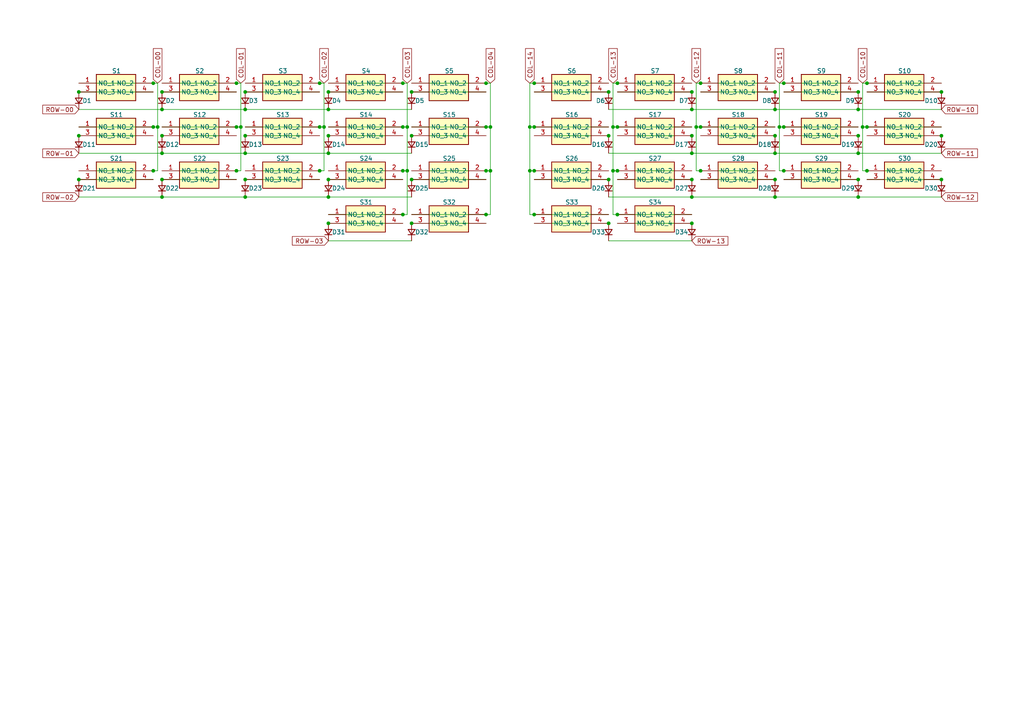
<source format=kicad_sch>
(kicad_sch (version 20231120) (generator "eeschema") (generator_version "8.0")
  (paper "A4")
  (junction (at 176.53 26.67))
  (junction (at 248.92 39.37))
  (junction (at 177.8 49.53))
  (junction (at 179.07 24.13))
  (junction (at 46.99 57.15))
  (junction (at 22.86 39.37))
  (junction (at 68.58 36.83))
  (junction (at 200.66 52.07))
  (junction (at 140.97 62.23))
  (junction (at 95.25 64.77))
  (junction (at 200.66 26.67))
  (junction (at 201.93 36.83))
  (junction (at 46.99 44.45))
  (junction (at 68.58 24.13))
  (junction (at 154.94 36.83))
  (junction (at 95.25 31.75))
  (junction (at 71.12 57.15))
  (junction (at 179.07 36.83))
  (junction (at 116.84 49.53))
  (junction (at 200.66 64.77))
  (junction (at 140.97 36.83))
  (junction (at 224.79 57.15))
  (junction (at 71.12 52.07))
  (junction (at 68.58 49.53))
  (junction (at 92.71 49.53))
  (junction (at 140.97 49.53))
  (junction (at 118.11 49.53))
  (junction (at 176.53 52.07))
  (junction (at 95.25 57.15))
  (junction (at 273.05 39.37))
  (junction (at 203.2 36.83))
  (junction (at 71.12 26.67))
  (junction (at 154.94 24.13))
  (junction (at 140.97 24.13))
  (junction (at 251.46 49.53))
  (junction (at 251.46 24.13))
  (junction (at 119.38 39.37))
  (junction (at 224.79 26.67))
  (junction (at 118.11 36.83))
  (junction (at 250.19 36.83))
  (junction (at 176.53 64.77))
  (junction (at 224.79 31.75))
  (junction (at 92.71 24.13))
  (junction (at 179.07 62.23))
  (junction (at 119.38 64.77))
  (junction (at 71.12 39.37))
  (junction (at 200.66 57.15))
  (junction (at 119.38 26.67))
  (junction (at 154.94 49.53))
  (junction (at 44.45 49.53))
  (junction (at 203.2 24.13))
  (junction (at 93.98 36.83))
  (junction (at 46.99 26.67))
  (junction (at 226.06 36.83))
  (junction (at 116.84 24.13))
  (junction (at 200.66 44.45))
  (junction (at 248.92 44.45))
  (junction (at 46.99 31.75))
  (junction (at 46.99 52.07))
  (junction (at 248.92 31.75))
  (junction (at 22.86 26.67))
  (junction (at 224.79 39.37))
  (junction (at 177.8 36.83))
  (junction (at 71.12 31.75))
  (junction (at 224.79 44.45))
  (junction (at 224.79 52.07))
  (junction (at 119.38 52.07))
  (junction (at 22.86 52.07))
  (junction (at 71.12 44.45))
  (junction (at 179.07 49.53))
  (junction (at 203.2 49.53))
  (junction (at 44.45 36.83))
  (junction (at 154.94 62.23))
  (junction (at 200.66 31.75))
  (junction (at 142.24 36.83))
  (junction (at 248.92 26.67))
  (junction (at 273.05 52.07))
  (junction (at 153.67 49.53))
  (junction (at 142.24 49.53))
  (junction (at 200.66 39.37))
  (junction (at 248.92 52.07))
  (junction (at 44.45 24.13))
  (junction (at 251.46 36.83))
  (junction (at 95.25 39.37))
  (junction (at 227.33 49.53))
  (junction (at 227.33 24.13))
  (junction (at 153.67 36.83))
  (junction (at 95.25 26.67))
  (junction (at 116.84 36.83))
  (junction (at 95.25 44.45))
  (junction (at 46.99 39.37))
  (junction (at 273.05 26.67))
  (junction (at 176.53 39.37))
  (junction (at 69.85 36.83))
  (junction (at 116.84 62.23))
  (junction (at 227.33 36.83))
  (junction (at 248.92 57.15))
  (junction (at 95.25 52.07))
  (junction (at 92.71 36.83))
  (junction (at 45.72 36.83))
  (wire (pts (xy 154.94 24.13) (xy 176.53 24.13)))
  (wire (pts (xy 200.66 57.15) (xy 176.53 57.15)))
  (wire (pts (xy 22.86 31.75) (xy 46.99 31.75)))
  (wire (pts (xy 45.72 24.13) (xy 45.72 36.83)))
  (wire (pts (xy 119.38 62.23) (xy 140.97 62.23)))
  (wire (pts (xy 142.24 24.13) (xy 142.24 36.83)))
  (wire (pts (xy 224.79 57.15) (xy 200.66 57.15)))
  (wire (pts (xy 227.33 36.83) (xy 248.92 36.83)))
  (wire (pts (xy 177.8 36.83) (xy 177.8 24.13)))
  (wire (pts (xy 203.2 24.13) (xy 224.79 24.13)))
  (wire (pts (xy 179.07 64.77) (xy 200.66 64.77)))
  (wire (pts (xy 201.93 36.83) (xy 201.93 49.53)))
  (wire (pts (xy 46.99 44.45) (xy 71.12 44.45)))
  (wire (pts (xy 95.25 49.53) (xy 116.84 49.53)))
  (wire (pts (xy 179.07 24.13) (xy 177.8 24.13)))
  (wire (pts (xy 227.33 39.37) (xy 248.92 39.37)))
  (wire (pts (xy 119.38 49.53) (xy 140.97 49.53)))
  (wire (pts (xy 46.99 57.15) (xy 71.12 57.15)))
  (wire (pts (xy 154.94 49.53) (xy 153.67 49.53)))
  (wire (pts (xy 203.2 36.83) (xy 201.93 36.83)))
  (wire (pts (xy 22.86 44.45) (xy 46.99 44.45)))
  (wire (pts (xy 154.94 36.83) (xy 176.53 36.83)))
  (wire (pts (xy 22.86 52.07) (xy 44.45 52.07)))
  (wire (pts (xy 69.85 24.13) (xy 69.85 36.83)))
  (wire (pts (xy 71.12 31.75) (xy 95.25 31.75)))
  (wire (pts (xy 154.94 39.37) (xy 176.53 39.37)))
  (wire (pts (xy 46.99 49.53) (xy 68.58 49.53)))
  (wire (pts (xy 68.58 24.13) (xy 69.85 24.13)))
  (wire (pts (xy 153.67 49.53) (xy 153.67 62.23)))
  (wire (pts (xy 153.67 62.23) (xy 154.94 62.23)))
  (wire (pts (xy 68.58 36.83) (xy 69.85 36.83)))
  (wire (pts (xy 140.97 24.13) (xy 142.24 24.13)))
  (wire (pts (xy 95.25 31.75) (xy 119.38 31.75)))
  (wire (pts (xy 251.46 39.37) (xy 273.05 39.37)))
  (wire (pts (xy 119.38 26.67) (xy 140.97 26.67)))
  (wire (pts (xy 227.33 24.13) (xy 248.92 24.13)))
  (wire (pts (xy 69.85 36.83) (xy 69.85 49.53)))
  (wire (pts (xy 203.2 49.53) (xy 201.93 49.53)))
  (wire (pts (xy 22.86 26.67) (xy 44.45 26.67)))
  (wire (pts (xy 95.25 69.85) (xy 119.38 69.85)))
  (wire (pts (xy 46.99 52.07) (xy 68.58 52.07)))
  (wire (pts (xy 251.46 26.67) (xy 273.05 26.67)))
  (wire (pts (xy 224.79 31.75) (xy 200.66 31.75)))
  (wire (pts (xy 44.45 36.83) (xy 45.72 36.83)))
  (wire (pts (xy 119.38 24.13) (xy 140.97 24.13)))
  (wire (pts (xy 248.92 57.15) (xy 224.79 57.15)))
  (wire (pts (xy 95.25 64.77) (xy 116.84 64.77)))
  (wire (pts (xy 95.25 62.23) (xy 116.84 62.23)))
  (wire (pts (xy 179.07 49.53) (xy 200.66 49.53)))
  (wire (pts (xy 179.07 39.37) (xy 200.66 39.37)))
  (wire (pts (xy 92.71 36.83) (xy 93.98 36.83)))
  (wire (pts (xy 226.06 24.13) (xy 226.06 36.83)))
  (wire (pts (xy 22.86 36.83) (xy 44.45 36.83)))
  (wire (pts (xy 251.46 49.53) (xy 273.05 49.53)))
  (wire (pts (xy 140.97 36.83) (xy 142.24 36.83)))
  (wire (pts (xy 95.25 57.15) (xy 119.38 57.15)))
  (wire (pts (xy 200.66 44.45) (xy 176.53 44.45)))
  (wire (pts (xy 250.19 36.83) (xy 250.19 49.53)))
  (wire (pts (xy 46.99 24.13) (xy 68.58 24.13)))
  (wire (pts (xy 203.2 52.07) (xy 224.79 52.07)))
  (wire (pts (xy 179.07 52.07) (xy 200.66 52.07)))
  (wire (pts (xy 154.94 49.53) (xy 176.53 49.53)))
  (wire (pts (xy 71.12 44.45) (xy 95.25 44.45)))
  (wire (pts (xy 248.92 31.75) (xy 224.79 31.75)))
  (wire (pts (xy 140.97 49.53) (xy 142.24 49.53)))
  (wire (pts (xy 140.97 62.23) (xy 142.24 62.23)))
  (wire (pts (xy 154.94 62.23) (xy 176.53 62.23)))
  (wire (pts (xy 251.46 36.83) (xy 250.19 36.83)))
  (wire (pts (xy 142.24 36.83) (xy 142.24 49.53)))
  (wire (pts (xy 92.71 24.13) (xy 93.98 24.13)))
  (wire (pts (xy 273.05 57.15) (xy 248.92 57.15)))
  (wire (pts (xy 224.79 44.45) (xy 200.66 44.45)))
  (wire (pts (xy 45.72 36.83) (xy 45.72 49.53)))
  (wire (pts (xy 119.38 39.37) (xy 140.97 39.37)))
  (wire (pts (xy 118.11 62.23) (xy 118.11 49.53)))
  (wire (pts (xy 227.33 49.53) (xy 226.06 49.53)))
  (wire (pts (xy 203.2 39.37) (xy 224.79 39.37)))
  (wire (pts (xy 95.25 52.07) (xy 116.84 52.07)))
  (wire (pts (xy 119.38 52.07) (xy 140.97 52.07)))
  (wire (pts (xy 154.94 36.83) (xy 153.67 36.83)))
  (wire (pts (xy 154.94 52.07) (xy 176.53 52.07)))
  (wire (pts (xy 153.67 24.13) (xy 154.94 24.13)))
  (wire (pts (xy 179.07 24.13) (xy 200.66 24.13)))
  (wire (pts (xy 203.2 26.67) (xy 224.79 26.67)))
  (wire (pts (xy 227.33 52.07) (xy 248.92 52.07)))
  (wire (pts (xy 177.8 49.53) (xy 177.8 36.83)))
  (wire (pts (xy 93.98 36.83) (xy 93.98 49.53)))
  (wire (pts (xy 44.45 49.53) (xy 45.72 49.53)))
  (wire (pts (xy 248.92 44.45) (xy 224.79 44.45)))
  (wire (pts (xy 44.45 24.13) (xy 45.72 24.13)))
  (wire (pts (xy 227.33 49.53) (xy 248.92 49.53)))
  (wire (pts (xy 118.11 36.83) (xy 118.11 24.13)))
  (wire (pts (xy 118.11 49.53) (xy 118.11 36.83)))
  (wire (pts (xy 116.84 49.53) (xy 118.11 49.53)))
  (wire (pts (xy 179.07 36.83) (xy 177.8 36.83)))
  (wire (pts (xy 95.25 26.67) (xy 116.84 26.67)))
  (wire (pts (xy 203.2 24.13) (xy 201.93 24.13)))
  (wire (pts (xy 46.99 36.83) (xy 68.58 36.83)))
  (wire (pts (xy 153.67 36.83) (xy 153.67 49.53)))
  (wire (pts (xy 177.8 62.23) (xy 177.8 49.53)))
  (wire (pts (xy 71.12 24.13) (xy 92.71 24.13)))
  (wire (pts (xy 119.38 36.83) (xy 140.97 36.83)))
  (wire (pts (xy 179.07 36.83) (xy 200.66 36.83)))
  (wire (pts (xy 95.25 44.45) (xy 119.38 44.45)))
  (wire (pts (xy 22.86 57.15) (xy 46.99 57.15)))
  (wire (pts (xy 71.12 52.07) (xy 92.71 52.07)))
  (wire (pts (xy 22.86 39.37) (xy 44.45 39.37)))
  (wire (pts (xy 179.07 62.23) (xy 200.66 62.23)))
  (wire (pts (xy 116.84 24.13) (xy 118.11 24.13)))
  (wire (pts (xy 68.58 49.53) (xy 69.85 49.53)))
  (wire (pts (xy 116.84 62.23) (xy 118.11 62.23)))
  (wire (pts (xy 201.93 24.13) (xy 201.93 36.83)))
  (wire (pts (xy 251.46 36.83) (xy 273.05 36.83)))
  (wire (pts (xy 200.66 31.75) (xy 176.53 31.75)))
  (wire (pts (xy 71.12 39.37) (xy 92.71 39.37)))
  (wire (pts (xy 179.07 49.53) (xy 177.8 49.53)))
  (wire (pts (xy 179.07 26.67) (xy 200.66 26.67)))
  (wire (pts (xy 119.38 64.77) (xy 140.97 64.77)))
  (wire (pts (xy 22.86 49.53) (xy 44.45 49.53)))
  (wire (pts (xy 71.12 49.53) (xy 92.71 49.53)))
  (wire (pts (xy 95.25 39.37) (xy 116.84 39.37)))
  (wire (pts (xy 250.19 49.53) (xy 251.46 49.53)))
  (wire (pts (xy 203.2 36.83) (xy 224.79 36.83)))
  (wire (pts (xy 153.67 24.13) (xy 153.67 36.83)))
  (wire (pts (xy 203.2 49.53) (xy 224.79 49.53)))
  (wire (pts (xy 251.46 52.07) (xy 273.05 52.07)))
  (wire (pts (xy 95.25 24.13) (xy 116.84 24.13)))
  (wire (pts (xy 22.86 24.13) (xy 44.45 24.13)))
  (wire (pts (xy 200.66 69.85) (xy 176.53 69.85)))
  (wire (pts (xy 154.94 64.77) (xy 176.53 64.77)))
  (wire (pts (xy 251.46 24.13) (xy 273.05 24.13)))
  (wire (pts (xy 250.19 24.13) (xy 250.19 36.83)))
  (wire (pts (xy 92.71 49.53) (xy 93.98 49.53)))
  (wire (pts (xy 248.92 31.75) (xy 273.05 31.75)))
  (wire (pts (xy 116.84 36.83) (xy 118.11 36.83)))
  (wire (pts (xy 227.33 26.67) (xy 248.92 26.67)))
  (wire (pts (xy 250.19 24.13) (xy 251.46 24.13)))
  (wire (pts (xy 273.05 44.45) (xy 248.92 44.45)))
  (wire (pts (xy 71.12 36.83) (xy 92.71 36.83)))
  (wire (pts (xy 154.94 26.67) (xy 176.53 26.67)))
  (wire (pts (xy 227.33 24.13) (xy 226.06 24.13)))
  (wire (pts (xy 46.99 39.37) (xy 68.58 39.37)))
  (wire (pts (xy 71.12 57.15) (xy 95.25 57.15)))
  (wire (pts (xy 95.25 36.83) (xy 116.84 36.83)))
  (wire (pts (xy 142.24 49.53) (xy 142.24 62.23)))
  (wire (pts (xy 227.33 36.83) (xy 226.06 36.83)))
  (wire (pts (xy 46.99 26.67) (xy 68.58 26.67)))
  (wire (pts (xy 71.12 26.67) (xy 92.71 26.67)))
  (wire (pts (xy 179.07 62.23) (xy 177.8 62.23)))
  (wire (pts (xy 226.06 36.83) (xy 226.06 49.53)))
  (wire (pts (xy 46.99 31.75) (xy 71.12 31.75)))
  (wire (pts (xy 93.98 24.13) (xy 93.98 36.83)))
  (global_label "COL-12" (shape input) (at 201.93 24.13 90) (property "Intersheetrefs" "${INTERSHEET_REFS}" (effects (hide yes))))
  (global_label "ROW-00" (shape input) (at 22.86 31.75 180) (property "Intersheetrefs" "${INTERSHEET_REFS}" (effects (hide yes))))
  (global_label "COL-04" (shape input) (at 142.24 24.13 90) (property "Intersheetrefs" "${INTERSHEET_REFS}" (effects (hide yes))))
  (global_label "ROW-13" (shape input) (at 200.66 69.85 0) (property "Intersheetrefs" "${INTERSHEET_REFS}" (effects (hide yes))))
  (global_label "ROW-11" (shape input) (at 273.05 44.45 0) (property "Intersheetrefs" "${INTERSHEET_REFS}" (effects (hide yes))))
  (global_label "COL-01" (shape input) (at 69.85 24.13 90) (property "Intersheetrefs" "${INTERSHEET_REFS}" (effects (hide yes))))
  (global_label "ROW-02" (shape input) (at 22.86 57.15 180) (property "Intersheetrefs" "${INTERSHEET_REFS}" (effects (hide yes))))
  (global_label "ROW-01" (shape input) (at 22.86 44.45 180) (property "Intersheetrefs" "${INTERSHEET_REFS}" (effects (hide yes))))
  (global_label "COL-14" (shape input) (at 153.67 24.13 90) (property "Intersheetrefs" "${INTERSHEET_REFS}" (effects (hide yes))))
  (global_label "COL-02" (shape input) (at 93.98 24.13 90) (property "Intersheetrefs" "${INTERSHEET_REFS}" (effects (hide yes))))
  (global_label "COL-10" (shape input) (at 250.19 24.13 90) (property "Intersheetrefs" "${INTERSHEET_REFS}" (effects (hide yes))))
  (global_label "ROW-12" (shape input) (at 273.05 57.15 0) (property "Intersheetrefs" "${INTERSHEET_REFS}" (effects (hide yes))))
  (global_label "COL-11" (shape input) (at 226.06 24.13 90) (property "Intersheetrefs" "${INTERSHEET_REFS}" (effects (hide yes))))
  (global_label "COL-00" (shape input) (at 45.72 24.13 90) (property "Intersheetrefs" "${INTERSHEET_REFS}" (effects (hide yes))))
  (global_label "COL-03" (shape input) (at 118.11 24.13 90) (property "Intersheetrefs" "${INTERSHEET_REFS}" (effects (hide yes))))
  (global_label "ROW-03" (shape input) (at 95.25 69.85 180) (property "Intersheetrefs" "${INTERSHEET_REFS}" (effects (hide yes))))
  (global_label "ROW-10" (shape input) (at 273.05 31.75 0) (property "Intersheetrefs" "${INTERSHEET_REFS}" (effects (hide yes))))
  (global_label "COL-13" (shape input) (at 177.8 24.13 90) (property "Intersheetrefs" "${INTERSHEET_REFS}" (effects (hide yes))))
  (symbol (lib_id "Device:D_Small") (at 273.05 41.91 270) (mirror x) (unit 1)
    (property "Reference" "D20" (at 272.034 41.91 90) (effects (justify right)))
    (property "Value" "1N4148" (effects (hide yes)))
    (property "Footprint" "Diode_SMD:D_SOD-323" (effects (hide yes)))
    (property "Description" "Diode, small symbol" (effects (hide yes)))
    (property "Sim.Device" "D" (effects (hide yes)))
    (property "Sim.Pins" "1=K 2=A" (effects (hide yes)))
  )
  (symbol (lib_id "SKHCBKA010:SKHCBKA010") (at 251.46 36.83 0) (unit 1)
    (property "Reference" "S20" (at 262.382 33.274 0))
    (property "Value" "SKHCBKA010" (effects (hide yes)))
    (property "Footprint" "KiCad:SKHCBKA010" (effects (hide yes)))
    (property "Datasheet" "https://datasheet.lcsc.com/szlcsc/ALPS-Electric-SKHCBKA010_C219781.pdf" (effects (hide yes)))
    (property "Description" "Tactile Switches 50 mAmps at 12 Volts" (effects (hide yes)))
    (property "Height" "4.3" (effects (hide yes)))
    (property "Mouser Part Number" "688-SKHCBKA010" (effects (hide yes)))
    (property "Mouser Price/Stock" "https://www.mouser.co.uk/ProductDetail/Alps-Alpine/SKHCBKA010?qs=6EGMNY9ZYDSN2DHLA%252BDAng%3D%3D" (effects (hide yes)))
    (property "Manufacturer_Name" "ALPS Electric" (effects (hide yes)))
    (property "Manufacturer_Part_Number" "SKHCBKA010" (effects (hide yes)))
  )
  (symbol (lib_id "Device:D_Small") (at 95.25 54.61 90) (unit 1)
    (property "Reference" "D24" (at 96.266 54.61 90) (effects (justify right)))
    (property "Value" "1N4148" (effects (hide yes)))
    (property "Footprint" "Diode_SMD:D_SOD-323" (effects (hide yes)))
    (property "Description" "Diode, small symbol" (effects (hide yes)))
    (property "Sim.Device" "D" (effects (hide yes)))
    (property "Sim.Pins" "1=K 2=A" (effects (hide yes)))
  )
  (symbol (lib_id "SKHCBKA010:SKHCBKA010") (at 227.33 49.53 0) (unit 1)
    (property "Reference" "S29" (at 238.252 45.974 0))
    (property "Value" "SKHCBKA010" (effects (hide yes)))
    (property "Footprint" "KiCad:SKHCBKA010" (effects (hide yes)))
    (property "Datasheet" "https://datasheet.lcsc.com/szlcsc/ALPS-Electric-SKHCBKA010_C219781.pdf" (effects (hide yes)))
    (property "Description" "Tactile Switches 50 mAmps at 12 Volts" (effects (hide yes)))
    (property "Height" "4.3" (effects (hide yes)))
    (property "Mouser Part Number" "688-SKHCBKA010" (effects (hide yes)))
    (property "Mouser Price/Stock" "https://www.mouser.co.uk/ProductDetail/Alps-Alpine/SKHCBKA010?qs=6EGMNY9ZYDSN2DHLA%252BDAng%3D%3D" (effects (hide yes)))
    (property "Manufacturer_Name" "ALPS Electric" (effects (hide yes)))
    (property "Manufacturer_Part_Number" "SKHCBKA010" (effects (hide yes)))
  )
  (symbol (lib_id "SKHCBKA010:SKHCBKA010") (at 46.99 24.13 0) (unit 1)
    (property "Reference" "S2" (at 57.912 20.574 0))
    (property "Value" "SKHCBKA010" (effects (hide yes)))
    (property "Footprint" "KiCad:SKHCBKA010" (effects (hide yes)))
    (property "Datasheet" "https://datasheet.lcsc.com/szlcsc/ALPS-Electric-SKHCBKA010_C219781.pdf" (effects (hide yes)))
    (property "Description" "Tactile Switches 50 mAmps at 12 Volts" (effects (hide yes)))
    (property "Height" "4.3" (effects (hide yes)))
    (property "Mouser Part Number" "688-SKHCBKA010" (effects (hide yes)))
    (property "Mouser Price/Stock" "https://www.mouser.co.uk/ProductDetail/Alps-Alpine/SKHCBKA010?qs=6EGMNY9ZYDSN2DHLA%252BDAng%3D%3D" (effects (hide yes)))
    (property "Manufacturer_Name" "ALPS Electric" (effects (hide yes)))
    (property "Manufacturer_Part_Number" "SKHCBKA010" (effects (hide yes)))
  )
  (symbol (lib_id "SKHCBKA010:SKHCBKA010") (at 251.46 49.53 0) (unit 1)
    (property "Reference" "S30" (at 262.382 45.974 0))
    (property "Value" "SKHCBKA010" (effects (hide yes)))
    (property "Footprint" "KiCad:SKHCBKA010" (effects (hide yes)))
    (property "Datasheet" "https://datasheet.lcsc.com/szlcsc/ALPS-Electric-SKHCBKA010_C219781.pdf" (effects (hide yes)))
    (property "Description" "Tactile Switches 50 mAmps at 12 Volts" (effects (hide yes)))
    (property "Height" "4.3" (effects (hide yes)))
    (property "Mouser Part Number" "688-SKHCBKA010" (effects (hide yes)))
    (property "Mouser Price/Stock" "https://www.mouser.co.uk/ProductDetail/Alps-Alpine/SKHCBKA010?qs=6EGMNY9ZYDSN2DHLA%252BDAng%3D%3D" (effects (hide yes)))
    (property "Manufacturer_Name" "ALPS Electric" (effects (hide yes)))
    (property "Manufacturer_Part_Number" "SKHCBKA010" (effects (hide yes)))
  )
  (symbol (lib_id "SKHCBKA010:SKHCBKA010") (at 22.86 24.13 0) (unit 1)
    (property "Reference" "S1" (at 33.782 20.574 0))
    (property "Value" "SKHCBKA010" (effects (hide yes)))
    (property "Footprint" "KiCad:SKHCBKA010" (effects (hide yes)))
    (property "Datasheet" "https://datasheet.lcsc.com/szlcsc/ALPS-Electric-SKHCBKA010_C219781.pdf" (effects (hide yes)))
    (property "Description" "Tactile Switches 50 mAmps at 12 Volts" (effects (hide yes)))
    (property "Height" "4.3" (effects (hide yes)))
    (property "Mouser Part Number" "688-SKHCBKA010" (effects (hide yes)))
    (property "Mouser Price/Stock" "https://www.mouser.co.uk/ProductDetail/Alps-Alpine/SKHCBKA010?qs=6EGMNY9ZYDSN2DHLA%252BDAng%3D%3D" (effects (hide yes)))
    (property "Manufacturer_Name" "ALPS Electric" (effects (hide yes)))
    (property "Manufacturer_Part_Number" "SKHCBKA010" (effects (hide yes)))
  )
  (symbol (lib_id "Device:D_Small") (at 22.86 29.21 90) (unit 1)
    (property "Reference" "D1" (at 23.876 29.21 90) (effects (justify right)))
    (property "Value" "1N4148" (effects (hide yes)))
    (property "Footprint" "Diode_SMD:D_SOD-323" (effects (hide yes)))
    (property "Description" "Diode, small symbol" (effects (hide yes)))
    (property "Sim.Device" "D" (effects (hide yes)))
    (property "Sim.Pins" "1=K 2=A" (effects (hide yes)))
  )
  (symbol (lib_id "SKHCBKA010:SKHCBKA010") (at 95.25 49.53 0) (unit 1)
    (property "Reference" "S24" (at 106.172 45.974 0))
    (property "Value" "SKHCBKA010" (effects (hide yes)))
    (property "Footprint" "KiCad:SKHCBKA010" (effects (hide yes)))
    (property "Datasheet" "https://datasheet.lcsc.com/szlcsc/ALPS-Electric-SKHCBKA010_C219781.pdf" (effects (hide yes)))
    (property "Description" "Tactile Switches 50 mAmps at 12 Volts" (effects (hide yes)))
    (property "Height" "4.3" (effects (hide yes)))
    (property "Mouser Part Number" "688-SKHCBKA010" (effects (hide yes)))
    (property "Mouser Price/Stock" "https://www.mouser.co.uk/ProductDetail/Alps-Alpine/SKHCBKA010?qs=6EGMNY9ZYDSN2DHLA%252BDAng%3D%3D" (effects (hide yes)))
    (property "Manufacturer_Name" "ALPS Electric" (effects (hide yes)))
    (property "Manufacturer_Part_Number" "SKHCBKA010" (effects (hide yes)))
  )
  (symbol (lib_id "Device:D_Small") (at 248.92 54.61 270) (mirror x) (unit 1)
    (property "Reference" "D29" (at 247.904 54.61 90) (effects (justify right)))
    (property "Value" "1N4148" (effects (hide yes)))
    (property "Footprint" "Diode_SMD:D_SOD-323" (effects (hide yes)))
    (property "Description" "Diode, small symbol" (effects (hide yes)))
    (property "Sim.Device" "D" (effects (hide yes)))
    (property "Sim.Pins" "1=K 2=A" (effects (hide yes)))
  )
  (symbol (lib_id "Device:D_Small") (at 273.05 54.61 270) (mirror x) (unit 1)
    (property "Reference" "D30" (at 272.034 54.61 90) (effects (justify right)))
    (property "Value" "1N4148" (effects (hide yes)))
    (property "Footprint" "Diode_SMD:D_SOD-323" (effects (hide yes)))
    (property "Description" "Diode, small symbol" (effects (hide yes)))
    (property "Sim.Device" "D" (effects (hide yes)))
    (property "Sim.Pins" "1=K 2=A" (effects (hide yes)))
  )
  (symbol (lib_id "Device:D_Small") (at 71.12 41.91 90) (unit 1)
    (property "Reference" "D13" (at 72.136 41.91 90) (effects (justify right)))
    (property "Value" "1N4148" (effects (hide yes)))
    (property "Footprint" "Diode_SMD:D_SOD-323" (effects (hide yes)))
    (property "Description" "Diode, small symbol" (effects (hide yes)))
    (property "Sim.Device" "D" (effects (hide yes)))
    (property "Sim.Pins" "1=K 2=A" (effects (hide yes)))
  )
  (symbol (lib_id "SKHCBKA010:SKHCBKA010") (at 154.94 49.53 0) (unit 1)
    (property "Reference" "S26" (at 165.862 45.974 0))
    (property "Value" "SKHCBKA010" (effects (hide yes)))
    (property "Footprint" "KiCad:SKHCBKA010" (effects (hide yes)))
    (property "Datasheet" "https://datasheet.lcsc.com/szlcsc/ALPS-Electric-SKHCBKA010_C219781.pdf" (effects (hide yes)))
    (property "Description" "Tactile Switches 50 mAmps at 12 Volts" (effects (hide yes)))
    (property "Height" "4.3" (effects (hide yes)))
    (property "Mouser Part Number" "688-SKHCBKA010" (effects (hide yes)))
    (property "Mouser Price/Stock" "https://www.mouser.co.uk/ProductDetail/Alps-Alpine/SKHCBKA010?qs=6EGMNY9ZYDSN2DHLA%252BDAng%3D%3D" (effects (hide yes)))
    (property "Manufacturer_Name" "ALPS Electric" (effects (hide yes)))
    (property "Manufacturer_Part_Number" "SKHCBKA010" (effects (hide yes)))
  )
  (symbol (lib_id "Device:D_Small") (at 224.79 41.91 270) (mirror x) (unit 1)
    (property "Reference" "D18" (at 223.774 41.91 90) (effects (justify right)))
    (property "Value" "1N4148" (effects (hide yes)))
    (property "Footprint" "Diode_SMD:D_SOD-323" (effects (hide yes)))
    (property "Description" "Diode, small symbol" (effects (hide yes)))
    (property "Sim.Device" "D" (effects (hide yes)))
    (property "Sim.Pins" "1=K 2=A" (effects (hide yes)))
  )
  (symbol (lib_id "SKHCBKA010:SKHCBKA010") (at 95.25 24.13 0) (unit 1)
    (property "Reference" "S4" (at 106.172 20.574 0))
    (property "Value" "SKHCBKA010" (effects (hide yes)))
    (property "Footprint" "KiCad:SKHCBKA010" (effects (hide yes)))
    (property "Datasheet" "https://datasheet.lcsc.com/szlcsc/ALPS-Electric-SKHCBKA010_C219781.pdf" (effects (hide yes)))
    (property "Description" "Tactile Switches 50 mAmps at 12 Volts" (effects (hide yes)))
    (property "Height" "4.3" (effects (hide yes)))
    (property "Mouser Part Number" "688-SKHCBKA010" (effects (hide yes)))
    (property "Mouser Price/Stock" "https://www.mouser.co.uk/ProductDetail/Alps-Alpine/SKHCBKA010?qs=6EGMNY9ZYDSN2DHLA%252BDAng%3D%3D" (effects (hide yes)))
    (property "Manufacturer_Name" "ALPS Electric" (effects (hide yes)))
    (property "Manufacturer_Part_Number" "SKHCBKA010" (effects (hide yes)))
  )
  (symbol (lib_id "Device:D_Small") (at 200.66 29.21 270) (mirror x) (unit 1)
    (property "Reference" "D7" (at 199.644 29.21 90) (effects (justify right)))
    (property "Value" "1N4148" (effects (hide yes)))
    (property "Footprint" "Diode_SMD:D_SOD-323" (effects (hide yes)))
    (property "Description" "Diode, small symbol" (effects (hide yes)))
    (property "Sim.Device" "D" (effects (hide yes)))
    (property "Sim.Pins" "1=K 2=A" (effects (hide yes)))
  )
  (symbol (lib_id "Device:D_Small") (at 46.99 54.61 90) (unit 1)
    (property "Reference" "D22" (at 48.006 54.61 90) (effects (justify right)))
    (property "Value" "1N4148" (effects (hide yes)))
    (property "Footprint" "Diode_SMD:D_SOD-323" (effects (hide yes)))
    (property "Description" "Diode, small symbol" (effects (hide yes)))
    (property "Sim.Device" "D" (effects (hide yes)))
    (property "Sim.Pins" "1=K 2=A" (effects (hide yes)))
  )
  (symbol (lib_id "SKHCBKA010:SKHCBKA010") (at 22.86 49.53 0) (unit 1)
    (property "Reference" "S21" (at 33.782 45.974 0))
    (property "Value" "SKHCBKA010" (effects (hide yes)))
    (property "Footprint" "KiCad:SKHCBKA010" (effects (hide yes)))
    (property "Datasheet" "https://datasheet.lcsc.com/szlcsc/ALPS-Electric-SKHCBKA010_C219781.pdf" (effects (hide yes)))
    (property "Description" "Tactile Switches 50 mAmps at 12 Volts" (effects (hide yes)))
    (property "Height" "4.3" (effects (hide yes)))
    (property "Mouser Part Number" "688-SKHCBKA010" (effects (hide yes)))
    (property "Mouser Price/Stock" "https://www.mouser.co.uk/ProductDetail/Alps-Alpine/SKHCBKA010?qs=6EGMNY9ZYDSN2DHLA%252BDAng%3D%3D" (effects (hide yes)))
    (property "Manufacturer_Name" "ALPS Electric" (effects (hide yes)))
    (property "Manufacturer_Part_Number" "SKHCBKA010" (effects (hide yes)))
  )
  (symbol (lib_id "SKHCBKA010:SKHCBKA010") (at 154.94 62.23 0) (unit 1)
    (property "Reference" "S33" (at 165.862 58.674 0))
    (property "Value" "SKHCBKA010" (effects (hide yes)))
    (property "Footprint" "KiCad:SKHCBKA010" (effects (hide yes)))
    (property "Datasheet" "https://datasheet.lcsc.com/szlcsc/ALPS-Electric-SKHCBKA010_C219781.pdf" (effects (hide yes)))
    (property "Description" "Tactile Switches 50 mAmps at 12 Volts" (effects (hide yes)))
    (property "Height" "4.3" (effects (hide yes)))
    (property "Mouser Part Number" "688-SKHCBKA010" (effects (hide yes)))
    (property "Mouser Price/Stock" "https://www.mouser.co.uk/ProductDetail/Alps-Alpine/SKHCBKA010?qs=6EGMNY9ZYDSN2DHLA%252BDAng%3D%3D" (effects (hide yes)))
    (property "Manufacturer_Name" "ALPS Electric" (effects (hide yes)))
    (property "Manufacturer_Part_Number" "SKHCBKA010" (effects (hide yes)))
  )
  (symbol (lib_id "SKHCBKA010:SKHCBKA010") (at 179.07 49.53 0) (unit 1)
    (property "Reference" "S27" (at 189.992 45.974 0))
    (property "Value" "SKHCBKA010" (effects (hide yes)))
    (property "Footprint" "KiCad:SKHCBKA010" (effects (hide yes)))
    (property "Datasheet" "https://datasheet.lcsc.com/szlcsc/ALPS-Electric-SKHCBKA010_C219781.pdf" (effects (hide yes)))
    (property "Description" "Tactile Switches 50 mAmps at 12 Volts" (effects (hide yes)))
    (property "Height" "4.3" (effects (hide yes)))
    (property "Mouser Part Number" "688-SKHCBKA010" (effects (hide yes)))
    (property "Mouser Price/Stock" "https://www.mouser.co.uk/ProductDetail/Alps-Alpine/SKHCBKA010?qs=6EGMNY9ZYDSN2DHLA%252BDAng%3D%3D" (effects (hide yes)))
    (property "Manufacturer_Name" "ALPS Electric" (effects (hide yes)))
    (property "Manufacturer_Part_Number" "SKHCBKA010" (effects (hide yes)))
  )
  (symbol (lib_id "Device:D_Small") (at 71.12 29.21 90) (unit 1)
    (property "Reference" "D3" (at 72.136 29.21 90) (effects (justify right)))
    (property "Value" "1N4148" (effects (hide yes)))
    (property "Footprint" "Diode_SMD:D_SOD-323" (effects (hide yes)))
    (property "Description" "Diode, small symbol" (effects (hide yes)))
    (property "Sim.Device" "D" (effects (hide yes)))
    (property "Sim.Pins" "1=K 2=A" (effects (hide yes)))
  )
  (symbol (lib_id "Device:D_Small") (at 224.79 54.61 270) (mirror x) (unit 1)
    (property "Reference" "D28" (at 223.774 54.61 90) (effects (justify right)))
    (property "Value" "1N4148" (effects (hide yes)))
    (property "Footprint" "Diode_SMD:D_SOD-323" (effects (hide yes)))
    (property "Description" "Diode, small symbol" (effects (hide yes)))
    (property "Sim.Device" "D" (effects (hide yes)))
    (property "Sim.Pins" "1=K 2=A" (effects (hide yes)))
  )
  (symbol (lib_id "SKHCBKA010:SKHCBKA010") (at 95.25 36.83 0) (unit 1)
    (property "Reference" "S14" (at 106.172 33.274 0))
    (property "Value" "SKHCBKA010" (effects (hide yes)))
    (property "Footprint" "KiCad:SKHCBKA010" (effects (hide yes)))
    (property "Datasheet" "https://datasheet.lcsc.com/szlcsc/ALPS-Electric-SKHCBKA010_C219781.pdf" (effects (hide yes)))
    (property "Description" "Tactile Switches 50 mAmps at 12 Volts" (effects (hide yes)))
    (property "Height" "4.3" (effects (hide yes)))
    (property "Mouser Part Number" "688-SKHCBKA010" (effects (hide yes)))
    (property "Mouser Price/Stock" "https://www.mouser.co.uk/ProductDetail/Alps-Alpine/SKHCBKA010?qs=6EGMNY9ZYDSN2DHLA%252BDAng%3D%3D" (effects (hide yes)))
    (property "Manufacturer_Name" "ALPS Electric" (effects (hide yes)))
    (property "Manufacturer_Part_Number" "SKHCBKA010" (effects (hide yes)))
  )
  (symbol (lib_id "SKHCBKA010:SKHCBKA010") (at 179.07 24.13 0) (unit 1)
    (property "Reference" "S7" (at 189.992 20.574 0))
    (property "Value" "SKHCBKA010" (effects (hide yes)))
    (property "Footprint" "KiCad:SKHCBKA010" (effects (hide yes)))
    (property "Datasheet" "https://datasheet.lcsc.com/szlcsc/ALPS-Electric-SKHCBKA010_C219781.pdf" (effects (hide yes)))
    (property "Description" "Tactile Switches 50 mAmps at 12 Volts" (effects (hide yes)))
    (property "Height" "4.3" (effects (hide yes)))
    (property "Mouser Part Number" "688-SKHCBKA010" (effects (hide yes)))
    (property "Mouser Price/Stock" "https://www.mouser.co.uk/ProductDetail/Alps-Alpine/SKHCBKA010?qs=6EGMNY9ZYDSN2DHLA%252BDAng%3D%3D" (effects (hide yes)))
    (property "Manufacturer_Name" "ALPS Electric" (effects (hide yes)))
    (property "Manufacturer_Part_Number" "SKHCBKA010" (effects (hide yes)))
  )
  (symbol (lib_id "Device:D_Small") (at 95.25 29.21 90) (unit 1)
    (property "Reference" "D4" (at 96.266 29.21 90) (effects (justify right)))
    (property "Value" "1N4148" (effects (hide yes)))
    (property "Footprint" "Diode_SMD:D_SOD-323" (effects (hide yes)))
    (property "Description" "Diode, small symbol" (effects (hide yes)))
    (property "Sim.Device" "D" (effects (hide yes)))
    (property "Sim.Pins" "1=K 2=A" (effects (hide yes)))
  )
  (symbol (lib_id "SKHCBKA010:SKHCBKA010") (at 227.33 24.13 0) (unit 1)
    (property "Reference" "S9" (at 238.252 20.574 0))
    (property "Value" "SKHCBKA010" (effects (hide yes)))
    (property "Footprint" "KiCad:SKHCBKA010" (effects (hide yes)))
    (property "Datasheet" "https://datasheet.lcsc.com/szlcsc/ALPS-Electric-SKHCBKA010_C219781.pdf" (effects (hide yes)))
    (property "Description" "Tactile Switches 50 mAmps at 12 Volts" (effects (hide yes)))
    (property "Height" "4.3" (effects (hide yes)))
    (property "Mouser Part Number" "688-SKHCBKA010" (effects (hide yes)))
    (property "Mouser Price/Stock" "https://www.mouser.co.uk/ProductDetail/Alps-Alpine/SKHCBKA010?qs=6EGMNY9ZYDSN2DHLA%252BDAng%3D%3D" (effects (hide yes)))
    (property "Manufacturer_Name" "ALPS Electric" (effects (hide yes)))
    (property "Manufacturer_Part_Number" "SKHCBKA010" (effects (hide yes)))
  )
  (symbol (lib_id "Device:D_Small") (at 200.66 54.61 270) (mirror x) (unit 1)
    (property "Reference" "D27" (at 199.644 54.61 90) (effects (justify right)))
    (property "Value" "1N4148" (effects (hide yes)))
    (property "Footprint" "Diode_SMD:D_SOD-323" (effects (hide yes)))
    (property "Description" "Diode, small symbol" (effects (hide yes)))
    (property "Sim.Device" "D" (effects (hide yes)))
    (property "Sim.Pins" "1=K 2=A" (effects (hide yes)))
  )
  (symbol (lib_id "Device:D_Small") (at 176.53 54.61 270) (mirror x) (unit 1)
    (property "Reference" "D26" (at 175.514 54.61 90) (effects (justify right)))
    (property "Value" "1N4148" (effects (hide yes)))
    (property "Footprint" "Diode_SMD:D_SOD-323" (effects (hide yes)))
    (property "Description" "Diode, small symbol" (effects (hide yes)))
    (property "Sim.Device" "D" (effects (hide yes)))
    (property "Sim.Pins" "1=K 2=A" (effects (hide yes)))
  )
  (symbol (lib_id "SKHCBKA010:SKHCBKA010") (at 203.2 36.83 0) (unit 1)
    (property "Reference" "S18" (at 214.122 33.274 0))
    (property "Value" "SKHCBKA010" (effects (hide yes)))
    (property "Footprint" "KiCad:SKHCBKA010" (effects (hide yes)))
    (property "Datasheet" "https://datasheet.lcsc.com/szlcsc/ALPS-Electric-SKHCBKA010_C219781.pdf" (effects (hide yes)))
    (property "Description" "Tactile Switches 50 mAmps at 12 Volts" (effects (hide yes)))
    (property "Height" "4.3" (effects (hide yes)))
    (property "Mouser Part Number" "688-SKHCBKA010" (effects (hide yes)))
    (property "Mouser Price/Stock" "https://www.mouser.co.uk/ProductDetail/Alps-Alpine/SKHCBKA010?qs=6EGMNY9ZYDSN2DHLA%252BDAng%3D%3D" (effects (hide yes)))
    (property "Manufacturer_Name" "ALPS Electric" (effects (hide yes)))
    (property "Manufacturer_Part_Number" "SKHCBKA010" (effects (hide yes)))
  )
  (symbol (lib_id "Device:D_Small") (at 248.92 29.21 270) (mirror x) (unit 1)
    (property "Reference" "D9" (at 247.904 29.21 90) (effects (justify right)))
    (property "Value" "1N4148" (effects (hide yes)))
    (property "Footprint" "Diode_SMD:D_SOD-323" (effects (hide yes)))
    (property "Description" "Diode, small symbol" (effects (hide yes)))
    (property "Sim.Device" "D" (effects (hide yes)))
    (property "Sim.Pins" "1=K 2=A" (effects (hide yes)))
  )
  (symbol (lib_id "SKHCBKA010:SKHCBKA010") (at 203.2 49.53 0) (unit 1)
    (property "Reference" "S28" (at 214.122 45.974 0))
    (property "Value" "SKHCBKA010" (effects (hide yes)))
    (property "Footprint" "KiCad:SKHCBKA010" (effects (hide yes)))
    (property "Datasheet" "https://datasheet.lcsc.com/szlcsc/ALPS-Electric-SKHCBKA010_C219781.pdf" (effects (hide yes)))
    (property "Description" "Tactile Switches 50 mAmps at 12 Volts" (effects (hide yes)))
    (property "Height" "4.3" (effects (hide yes)))
    (property "Mouser Part Number" "688-SKHCBKA010" (effects (hide yes)))
    (property "Mouser Price/Stock" "https://www.mouser.co.uk/ProductDetail/Alps-Alpine/SKHCBKA010?qs=6EGMNY9ZYDSN2DHLA%252BDAng%3D%3D" (effects (hide yes)))
    (property "Manufacturer_Name" "ALPS Electric" (effects (hide yes)))
    (property "Manufacturer_Part_Number" "SKHCBKA010" (effects (hide yes)))
  )
  (symbol (lib_id "SKHCBKA010:SKHCBKA010") (at 46.99 36.83 0) (unit 1)
    (property "Reference" "S12" (at 57.912 33.274 0))
    (property "Value" "SKHCBKA010" (effects (hide yes)))
    (property "Footprint" "KiCad:SKHCBKA010" (effects (hide yes)))
    (property "Datasheet" "https://datasheet.lcsc.com/szlcsc/ALPS-Electric-SKHCBKA010_C219781.pdf" (effects (hide yes)))
    (property "Description" "Tactile Switches 50 mAmps at 12 Volts" (effects (hide yes)))
    (property "Height" "4.3" (effects (hide yes)))
    (property "Mouser Part Number" "688-SKHCBKA010" (effects (hide yes)))
    (property "Mouser Price/Stock" "https://www.mouser.co.uk/ProductDetail/Alps-Alpine/SKHCBKA010?qs=6EGMNY9ZYDSN2DHLA%252BDAng%3D%3D" (effects (hide yes)))
    (property "Manufacturer_Name" "ALPS Electric" (effects (hide yes)))
    (property "Manufacturer_Part_Number" "SKHCBKA010" (effects (hide yes)))
  )
  (symbol (lib_id "Device:D_Small") (at 200.66 41.91 270) (mirror x) (unit 1)
    (property "Reference" "D17" (at 199.644 41.91 90) (effects (justify right)))
    (property "Value" "1N4148" (effects (hide yes)))
    (property "Footprint" "Diode_SMD:D_SOD-323" (effects (hide yes)))
    (property "Description" "Diode, small symbol" (effects (hide yes)))
    (property "Sim.Device" "D" (effects (hide yes)))
    (property "Sim.Pins" "1=K 2=A" (effects (hide yes)))
  )
  (symbol (lib_id "SKHCBKA010:SKHCBKA010") (at 227.33 36.83 0) (unit 1)
    (property "Reference" "S19" (at 238.252 33.274 0))
    (property "Value" "SKHCBKA010" (effects (hide yes)))
    (property "Footprint" "KiCad:SKHCBKA010" (effects (hide yes)))
    (property "Datasheet" "https://datasheet.lcsc.com/szlcsc/ALPS-Electric-SKHCBKA010_C219781.pdf" (effects (hide yes)))
    (property "Description" "Tactile Switches 50 mAmps at 12 Volts" (effects (hide yes)))
    (property "Height" "4.3" (effects (hide yes)))
    (property "Mouser Part Number" "688-SKHCBKA010" (effects (hide yes)))
    (property "Mouser Price/Stock" "https://www.mouser.co.uk/ProductDetail/Alps-Alpine/SKHCBKA010?qs=6EGMNY9ZYDSN2DHLA%252BDAng%3D%3D" (effects (hide yes)))
    (property "Manufacturer_Name" "ALPS Electric" (effects (hide yes)))
    (property "Manufacturer_Part_Number" "SKHCBKA010" (effects (hide yes)))
  )
  (symbol (lib_id "Device:D_Small") (at 224.79 29.21 270) (mirror x) (unit 1)
    (property "Reference" "D8" (at 223.774 29.21 90) (effects (justify right)))
    (property "Value" "1N4148" (effects (hide yes)))
    (property "Footprint" "Diode_SMD:D_SOD-323" (effects (hide yes)))
    (property "Description" "Diode, small symbol" (effects (hide yes)))
    (property "Sim.Device" "D" (effects (hide yes)))
    (property "Sim.Pins" "1=K 2=A" (effects (hide yes)))
  )
  (symbol (lib_id "SKHCBKA010:SKHCBKA010") (at 46.99 49.53 0) (unit 1)
    (property "Reference" "S22" (at 57.912 45.974 0))
    (property "Value" "SKHCBKA010" (effects (hide yes)))
    (property "Footprint" "KiCad:SKHCBKA010" (effects (hide yes)))
    (property "Datasheet" "https://datasheet.lcsc.com/szlcsc/ALPS-Electric-SKHCBKA010_C219781.pdf" (effects (hide yes)))
    (property "Description" "Tactile Switches 50 mAmps at 12 Volts" (effects (hide yes)))
    (property "Height" "4.3" (effects (hide yes)))
    (property "Mouser Part Number" "688-SKHCBKA010" (effects (hide yes)))
    (property "Mouser Price/Stock" "https://www.mouser.co.uk/ProductDetail/Alps-Alpine/SKHCBKA010?qs=6EGMNY9ZYDSN2DHLA%252BDAng%3D%3D" (effects (hide yes)))
    (property "Manufacturer_Name" "ALPS Electric" (effects (hide yes)))
    (property "Manufacturer_Part_Number" "SKHCBKA010" (effects (hide yes)))
  )
  (symbol (lib_id "SKHCBKA010:SKHCBKA010") (at 154.94 24.13 0) (unit 1)
    (property "Reference" "S6" (at 165.862 20.574 0))
    (property "Value" "SKHCBKA010" (effects (hide yes)))
    (property "Footprint" "KiCad:SKHCBKA010" (effects (hide yes)))
    (property "Datasheet" "https://datasheet.lcsc.com/szlcsc/ALPS-Electric-SKHCBKA010_C219781.pdf" (effects (hide yes)))
    (property "Description" "Tactile Switches 50 mAmps at 12 Volts" (effects (hide yes)))
    (property "Height" "4.3" (effects (hide yes)))
    (property "Mouser Part Number" "688-SKHCBKA010" (effects (hide yes)))
    (property "Mouser Price/Stock" "https://www.mouser.co.uk/ProductDetail/Alps-Alpine/SKHCBKA010?qs=6EGMNY9ZYDSN2DHLA%252BDAng%3D%3D" (effects (hide yes)))
    (property "Manufacturer_Name" "ALPS Electric" (effects (hide yes)))
    (property "Manufacturer_Part_Number" "SKHCBKA010" (effects (hide yes)))
  )
  (symbol (lib_id "Device:D_Small") (at 46.99 29.21 90) (unit 1)
    (property "Reference" "D2" (at 48.006 29.21 90) (effects (justify right)))
    (property "Value" "1N4148" (effects (hide yes)))
    (property "Footprint" "Diode_SMD:D_SOD-323" (effects (hide yes)))
    (property "Description" "Diode, small symbol" (effects (hide yes)))
    (property "Sim.Device" "D" (effects (hide yes)))
    (property "Sim.Pins" "1=K 2=A" (effects (hide yes)))
  )
  (symbol (lib_id "SKHCBKA010:SKHCBKA010") (at 179.07 36.83 0) (unit 1)
    (property "Reference" "S17" (at 189.992 33.274 0))
    (property "Value" "SKHCBKA010" (effects (hide yes)))
    (property "Footprint" "KiCad:SKHCBKA010" (effects (hide yes)))
    (property "Datasheet" "https://datasheet.lcsc.com/szlcsc/ALPS-Electric-SKHCBKA010_C219781.pdf" (effects (hide yes)))
    (property "Description" "Tactile Switches 50 mAmps at 12 Volts" (effects (hide yes)))
    (property "Height" "4.3" (effects (hide yes)))
    (property "Mouser Part Number" "688-SKHCBKA010" (effects (hide yes)))
    (property "Mouser Price/Stock" "https://www.mouser.co.uk/ProductDetail/Alps-Alpine/SKHCBKA010?qs=6EGMNY9ZYDSN2DHLA%252BDAng%3D%3D" (effects (hide yes)))
    (property "Manufacturer_Name" "ALPS Electric" (effects (hide yes)))
    (property "Manufacturer_Part_Number" "SKHCBKA010" (effects (hide yes)))
  )
  (symbol (lib_id "SKHCBKA010:SKHCBKA010") (at 71.12 24.13 0) (unit 1)
    (property "Reference" "S3" (at 82.042 20.574 0))
    (property "Value" "SKHCBKA010" (effects (hide yes)))
    (property "Footprint" "KiCad:SKHCBKA010" (effects (hide yes)))
    (property "Datasheet" "https://datasheet.lcsc.com/szlcsc/ALPS-Electric-SKHCBKA010_C219781.pdf" (effects (hide yes)))
    (property "Description" "Tactile Switches 50 mAmps at 12 Volts" (effects (hide yes)))
    (property "Height" "4.3" (effects (hide yes)))
    (property "Mouser Part Number" "688-SKHCBKA010" (effects (hide yes)))
    (property "Mouser Price/Stock" "https://www.mouser.co.uk/ProductDetail/Alps-Alpine/SKHCBKA010?qs=6EGMNY9ZYDSN2DHLA%252BDAng%3D%3D" (effects (hide yes)))
    (property "Manufacturer_Name" "ALPS Electric" (effects (hide yes)))
    (property "Manufacturer_Part_Number" "SKHCBKA010" (effects (hide yes)))
  )
  (symbol (lib_id "SKHCBKA010:SKHCBKA010") (at 22.86 36.83 0) (unit 1)
    (property "Reference" "S11" (at 33.782 33.274 0))
    (property "Value" "SKHCBKA010" (effects (hide yes)))
    (property "Footprint" "KiCad:SKHCBKA010" (effects (hide yes)))
    (property "Datasheet" "https://datasheet.lcsc.com/szlcsc/ALPS-Electric-SKHCBKA010_C219781.pdf" (effects (hide yes)))
    (property "Description" "Tactile Switches 50 mAmps at 12 Volts" (effects (hide yes)))
    (property "Height" "4.3" (effects (hide yes)))
    (property "Mouser Part Number" "688-SKHCBKA010" (effects (hide yes)))
    (property "Mouser Price/Stock" "https://www.mouser.co.uk/ProductDetail/Alps-Alpine/SKHCBKA010?qs=6EGMNY9ZYDSN2DHLA%252BDAng%3D%3D" (effects (hide yes)))
    (property "Manufacturer_Name" "ALPS Electric" (effects (hide yes)))
    (property "Manufacturer_Part_Number" "SKHCBKA010" (effects (hide yes)))
  )
  (symbol (lib_id "Device:D_Small") (at 248.92 41.91 270) (mirror x) (unit 1)
    (property "Reference" "D19" (at 247.904 41.91 90) (effects (justify right)))
    (property "Value" "1N4148" (effects (hide yes)))
    (property "Footprint" "Diode_SMD:D_SOD-323" (effects (hide yes)))
    (property "Description" "Diode, small symbol" (effects (hide yes)))
    (property "Sim.Device" "D" (effects (hide yes)))
    (property "Sim.Pins" "1=K 2=A" (effects (hide yes)))
  )
  (symbol (lib_id "SKHCBKA010:SKHCBKA010") (at 95.25 62.23 0) (unit 1)
    (property "Reference" "S31" (at 106.172 58.674 0))
    (property "Value" "SKHCBKA010" (effects (hide yes)))
    (property "Footprint" "KiCad:SKHCBKA010" (effects (hide yes)))
    (property "Datasheet" "https://datasheet.lcsc.com/szlcsc/ALPS-Electric-SKHCBKA010_C219781.pdf" (effects (hide yes)))
    (property "Description" "Tactile Switches 50 mAmps at 12 Volts" (effects (hide yes)))
    (property "Height" "4.3" (effects (hide yes)))
    (property "Mouser Part Number" "688-SKHCBKA010" (effects (hide yes)))
    (property "Mouser Price/Stock" "https://www.mouser.co.uk/ProductDetail/Alps-Alpine/SKHCBKA010?qs=6EGMNY9ZYDSN2DHLA%252BDAng%3D%3D" (effects (hide yes)))
    (property "Manufacturer_Name" "ALPS Electric" (effects (hide yes)))
    (property "Manufacturer_Part_Number" "SKHCBKA010" (effects (hide yes)))
  )
  (symbol (lib_id "Device:D_Small") (at 176.53 67.31 270) (mirror x) (unit 1)
    (property "Reference" "D33" (at 175.514 67.31 90) (effects (justify right)))
    (property "Value" "1N4148" (effects (hide yes)))
    (property "Footprint" "Diode_SMD:D_SOD-323" (effects (hide yes)))
    (property "Description" "Diode, small symbol" (effects (hide yes)))
    (property "Sim.Device" "D" (effects (hide yes)))
    (property "Sim.Pins" "1=K 2=A" (effects (hide yes)))
  )
  (symbol (lib_id "Device:D_Small") (at 95.25 41.91 90) (unit 1)
    (property "Reference" "D14" (at 96.266 41.91 90) (effects (justify right)))
    (property "Value" "1N4148" (effects (hide yes)))
    (property "Footprint" "Diode_SMD:D_SOD-323" (effects (hide yes)))
    (property "Description" "Diode, small symbol" (effects (hide yes)))
    (property "Sim.Device" "D" (effects (hide yes)))
    (property "Sim.Pins" "1=K 2=A" (effects (hide yes)))
  )
  (symbol (lib_id "Device:D_Small") (at 119.38 41.91 90) (unit 1)
    (property "Reference" "D15" (at 120.396 41.91 90) (effects (justify right)))
    (property "Value" "1N4148" (effects (hide yes)))
    (property "Footprint" "Diode_SMD:D_SOD-323" (effects (hide yes)))
    (property "Description" "Diode, small symbol" (effects (hide yes)))
    (property "Sim.Device" "D" (effects (hide yes)))
    (property "Sim.Pins" "1=K 2=A" (effects (hide yes)))
  )
  (symbol (lib_id "Device:D_Small") (at 119.38 67.31 90) (unit 1)
    (property "Reference" "D32" (at 120.396 67.31 90) (effects (justify right)))
    (property "Value" "1N4148" (effects (hide yes)))
    (property "Footprint" "Diode_SMD:D_SOD-323" (effects (hide yes)))
    (property "Description" "Diode, small symbol" (effects (hide yes)))
    (property "Sim.Device" "D" (effects (hide yes)))
    (property "Sim.Pins" "1=K 2=A" (effects (hide yes)))
  )
  (symbol (lib_id "SKHCBKA010:SKHCBKA010") (at 179.07 62.23 0) (unit 1)
    (property "Reference" "S34" (at 189.992 58.674 0))
    (property "Value" "SKHCBKA010" (effects (hide yes)))
    (property "Footprint" "KiCad:SKHCBKA010" (effects (hide yes)))
    (property "Datasheet" "https://datasheet.lcsc.com/szlcsc/ALPS-Electric-SKHCBKA010_C219781.pdf" (effects (hide yes)))
    (property "Description" "Tactile Switches 50 mAmps at 12 Volts" (effects (hide yes)))
    (property "Height" "4.3" (effects (hide yes)))
    (property "Mouser Part Number" "688-SKHCBKA010" (effects (hide yes)))
    (property "Mouser Price/Stock" "https://www.mouser.co.uk/ProductDetail/Alps-Alpine/SKHCBKA010?qs=6EGMNY9ZYDSN2DHLA%252BDAng%3D%3D" (effects (hide yes)))
    (property "Manufacturer_Name" "ALPS Electric" (effects (hide yes)))
    (property "Manufacturer_Part_Number" "SKHCBKA010" (effects (hide yes)))
  )
  (symbol (lib_id "SKHCBKA010:SKHCBKA010") (at 119.38 62.23 0) (unit 1)
    (property "Reference" "S32" (at 130.302 58.674 0))
    (property "Value" "SKHCBKA010" (effects (hide yes)))
    (property "Footprint" "KiCad:SKHCBKA010" (effects (hide yes)))
    (property "Datasheet" "https://datasheet.lcsc.com/szlcsc/ALPS-Electric-SKHCBKA010_C219781.pdf" (effects (hide yes)))
    (property "Description" "Tactile Switches 50 mAmps at 12 Volts" (effects (hide yes)))
    (property "Height" "4.3" (effects (hide yes)))
    (property "Mouser Part Number" "688-SKHCBKA010" (effects (hide yes)))
    (property "Mouser Price/Stock" "https://www.mouser.co.uk/ProductDetail/Alps-Alpine/SKHCBKA010?qs=6EGMNY9ZYDSN2DHLA%252BDAng%3D%3D" (effects (hide yes)))
    (property "Manufacturer_Name" "ALPS Electric" (effects (hide yes)))
    (property "Manufacturer_Part_Number" "SKHCBKA010" (effects (hide yes)))
  )
  (symbol (lib_id "Device:D_Small") (at 46.99 41.91 90) (unit 1)
    (property "Reference" "D12" (at 48.006 41.91 90) (effects (justify right)))
    (property "Value" "1N4148" (effects (hide yes)))
    (property "Footprint" "Diode_SMD:D_SOD-323" (effects (hide yes)))
    (property "Description" "Diode, small symbol" (effects (hide yes)))
    (property "Sim.Device" "D" (effects (hide yes)))
    (property "Sim.Pins" "1=K 2=A" (effects (hide yes)))
  )
  (symbol (lib_id "Device:D_Small") (at 119.38 54.61 90) (unit 1)
    (property "Reference" "D25" (at 120.396 54.61 90) (effects (justify right)))
    (property "Value" "1N4148" (effects (hide yes)))
    (property "Footprint" "Diode_SMD:D_SOD-323" (effects (hide yes)))
    (property "Description" "Diode, small symbol" (effects (hide yes)))
    (property "Sim.Device" "D" (effects (hide yes)))
    (property "Sim.Pins" "1=K 2=A" (effects (hide yes)))
  )
  (symbol (lib_id "Device:D_Small") (at 95.25 67.31 90) (unit 1)
    (property "Reference" "D31" (at 96.266 67.31 90) (effects (justify right)))
    (property "Value" "1N4148" (effects (hide yes)))
    (property "Footprint" "Diode_SMD:D_SOD-323" (effects (hide yes)))
    (property "Description" "Diode, small symbol" (effects (hide yes)))
    (property "Sim.Device" "D" (effects (hide yes)))
    (property "Sim.Pins" "1=K 2=A" (effects (hide yes)))
  )
  (symbol (lib_id "SKHCBKA010:SKHCBKA010") (at 119.38 36.83 0) (unit 1)
    (property "Reference" "S15" (at 130.302 33.274 0))
    (property "Value" "SKHCBKA010" (effects (hide yes)))
    (property "Footprint" "KiCad:SKHCBKA010" (effects (hide yes)))
    (property "Datasheet" "https://datasheet.lcsc.com/szlcsc/ALPS-Electric-SKHCBKA010_C219781.pdf" (effects (hide yes)))
    (property "Description" "Tactile Switches 50 mAmps at 12 Volts" (effects (hide yes)))
    (property "Height" "4.3" (effects (hide yes)))
    (property "Mouser Part Number" "688-SKHCBKA010" (effects (hide yes)))
    (property "Mouser Price/Stock" "https://www.mouser.co.uk/ProductDetail/Alps-Alpine/SKHCBKA010?qs=6EGMNY9ZYDSN2DHLA%252BDAng%3D%3D" (effects (hide yes)))
    (property "Manufacturer_Name" "ALPS Electric" (effects (hide yes)))
    (property "Manufacturer_Part_Number" "SKHCBKA010" (effects (hide yes)))
  )
  (symbol (lib_id "SKHCBKA010:SKHCBKA010") (at 71.12 36.83 0) (unit 1)
    (property "Reference" "S13" (at 82.042 33.274 0))
    (property "Value" "SKHCBKA010" (effects (hide yes)))
    (property "Footprint" "KiCad:SKHCBKA010" (effects (hide yes)))
    (property "Datasheet" "https://datasheet.lcsc.com/szlcsc/ALPS-Electric-SKHCBKA010_C219781.pdf" (effects (hide yes)))
    (property "Description" "Tactile Switches 50 mAmps at 12 Volts" (effects (hide yes)))
    (property "Height" "4.3" (effects (hide yes)))
    (property "Mouser Part Number" "688-SKHCBKA010" (effects (hide yes)))
    (property "Mouser Price/Stock" "https://www.mouser.co.uk/ProductDetail/Alps-Alpine/SKHCBKA010?qs=6EGMNY9ZYDSN2DHLA%252BDAng%3D%3D" (effects (hide yes)))
    (property "Manufacturer_Name" "ALPS Electric" (effects (hide yes)))
    (property "Manufacturer_Part_Number" "SKHCBKA010" (effects (hide yes)))
  )
  (symbol (lib_id "Device:D_Small") (at 71.12 54.61 90) (unit 1)
    (property "Reference" "D23" (at 72.136 54.61 90) (effects (justify right)))
    (property "Value" "1N4148" (effects (hide yes)))
    (property "Footprint" "Diode_SMD:D_SOD-323" (effects (hide yes)))
    (property "Description" "Diode, small symbol" (effects (hide yes)))
    (property "Sim.Device" "D" (effects (hide yes)))
    (property "Sim.Pins" "1=K 2=A" (effects (hide yes)))
  )
  (symbol (lib_id "SKHCBKA010:SKHCBKA010") (at 71.12 49.53 0) (unit 1)
    (property "Reference" "S23" (at 82.042 45.974 0))
    (property "Value" "SKHCBKA010" (effects (hide yes)))
    (property "Footprint" "KiCad:SKHCBKA010" (effects (hide yes)))
    (property "Datasheet" "https://datasheet.lcsc.com/szlcsc/ALPS-Electric-SKHCBKA010_C219781.pdf" (effects (hide yes)))
    (property "Description" "Tactile Switches 50 mAmps at 12 Volts" (effects (hide yes)))
    (property "Height" "4.3" (effects (hide yes)))
    (property "Mouser Part Number" "688-SKHCBKA010" (effects (hide yes)))
    (property "Mouser Price/Stock" "https://www.mouser.co.uk/ProductDetail/Alps-Alpine/SKHCBKA010?qs=6EGMNY9ZYDSN2DHLA%252BDAng%3D%3D" (effects (hide yes)))
    (property "Manufacturer_Name" "ALPS Electric" (effects (hide yes)))
    (property "Manufacturer_Part_Number" "SKHCBKA010" (effects (hide yes)))
  )
  (symbol (lib_id "Device:D_Small") (at 22.86 54.61 90) (unit 1)
    (property "Reference" "D21" (at 23.876 54.61 90) (effects (justify right)))
    (property "Value" "1N4148" (effects (hide yes)))
    (property "Footprint" "Diode_SMD:D_SOD-323" (effects (hide yes)))
    (property "Description" "Diode, small symbol" (effects (hide yes)))
    (property "Sim.Device" "D" (effects (hide yes)))
    (property "Sim.Pins" "1=K 2=A" (effects (hide yes)))
  )
  (symbol (lib_id "Device:D_Small") (at 176.53 41.91 270) (mirror x) (unit 1)
    (property "Reference" "D16" (at 175.514 41.91 90) (effects (justify right)))
    (property "Value" "1N4148" (effects (hide yes)))
    (property "Footprint" "Diode_SMD:D_SOD-323" (effects (hide yes)))
    (property "Description" "Diode, small symbol" (effects (hide yes)))
    (property "Sim.Device" "D" (effects (hide yes)))
    (property "Sim.Pins" "1=K 2=A" (effects (hide yes)))
  )
  (symbol (lib_id "SKHCBKA010:SKHCBKA010") (at 203.2 24.13 0) (unit 1)
    (property "Reference" "S8" (at 214.122 20.574 0))
    (property "Value" "SKHCBKA010" (effects (hide yes)))
    (property "Footprint" "KiCad:SKHCBKA010" (effects (hide yes)))
    (property "Datasheet" "https://datasheet.lcsc.com/szlcsc/ALPS-Electric-SKHCBKA010_C219781.pdf" (effects (hide yes)))
    (property "Description" "Tactile Switches 50 mAmps at 12 Volts" (effects (hide yes)))
    (property "Height" "4.3" (effects (hide yes)))
    (property "Mouser Part Number" "688-SKHCBKA010" (effects (hide yes)))
    (property "Mouser Price/Stock" "https://www.mouser.co.uk/ProductDetail/Alps-Alpine/SKHCBKA010?qs=6EGMNY9ZYDSN2DHLA%252BDAng%3D%3D" (effects (hide yes)))
    (property "Manufacturer_Name" "ALPS Electric" (effects (hide yes)))
    (property "Manufacturer_Part_Number" "SKHCBKA010" (effects (hide yes)))
  )
  (symbol (lib_id "SKHCBKA010:SKHCBKA010") (at 251.46 24.13 0) (unit 1)
    (property "Reference" "S10" (at 262.382 20.574 0))
    (property "Value" "SKHCBKA010" (effects (hide yes)))
    (property "Footprint" "KiCad:SKHCBKA010" (effects (hide yes)))
    (property "Datasheet" "https://datasheet.lcsc.com/szlcsc/ALPS-Electric-SKHCBKA010_C219781.pdf" (effects (hide yes)))
    (property "Description" "Tactile Switches 50 mAmps at 12 Volts" (effects (hide yes)))
    (property "Height" "4.3" (effects (hide yes)))
    (property "Mouser Part Number" "688-SKHCBKA010" (effects (hide yes)))
    (property "Mouser Price/Stock" "https://www.mouser.co.uk/ProductDetail/Alps-Alpine/SKHCBKA010?qs=6EGMNY9ZYDSN2DHLA%252BDAng%3D%3D" (effects (hide yes)))
    (property "Manufacturer_Name" "ALPS Electric" (effects (hide yes)))
    (property "Manufacturer_Part_Number" "SKHCBKA010" (effects (hide yes)))
  )
  (symbol (lib_id "Device:D_Small") (at 200.66 67.31 270) (mirror x) (unit 1)
    (property "Reference" "D34" (at 199.644 67.31 90) (effects (justify right)))
    (property "Value" "1N4148" (effects (hide yes)))
    (property "Footprint" "Diode_SMD:D_SOD-323" (effects (hide yes)))
    (property "Description" "Diode, small symbol" (effects (hide yes)))
    (property "Sim.Device" "D" (effects (hide yes)))
    (property "Sim.Pins" "1=K 2=A" (effects (hide yes)))
  )
  (symbol (lib_id "SKHCBKA010:SKHCBKA010") (at 119.38 49.53 0) (unit 1)
    (property "Reference" "S25" (at 130.302 45.974 0))
    (property "Value" "SKHCBKA010" (effects (hide yes)))
    (property "Footprint" "KiCad:SKHCBKA010" (effects (hide yes)))
    (property "Datasheet" "https://datasheet.lcsc.com/szlcsc/ALPS-Electric-SKHCBKA010_C219781.pdf" (effects (hide yes)))
    (property "Description" "Tactile Switches 50 mAmps at 12 Volts" (effects (hide yes)))
    (property "Height" "4.3" (effects (hide yes)))
    (property "Mouser Part Number" "688-SKHCBKA010" (effects (hide yes)))
    (property "Mouser Price/Stock" "https://www.mouser.co.uk/ProductDetail/Alps-Alpine/SKHCBKA010?qs=6EGMNY9ZYDSN2DHLA%252BDAng%3D%3D" (effects (hide yes)))
    (property "Manufacturer_Name" "ALPS Electric" (effects (hide yes)))
    (property "Manufacturer_Part_Number" "SKHCBKA010" (effects (hide yes)))
  )
  (symbol (lib_id "Device:D_Small") (at 119.38 29.21 90) (unit 1)
    (property "Reference" "D5" (at 120.396 29.21 90) (effects (justify right)))
    (property "Value" "1N4148" (effects (hide yes)))
    (property "Footprint" "Diode_SMD:D_SOD-323" (effects (hide yes)))
    (property "Description" "Diode, small symbol" (effects (hide yes)))
    (property "Sim.Device" "D" (effects (hide yes)))
    (property "Sim.Pins" "1=K 2=A" (effects (hide yes)))
  )
  (symbol (lib_id "Device:D_Small") (at 176.53 29.21 270) (mirror x) (unit 1)
    (property "Reference" "D6" (at 175.514 29.21 90) (effects (justify right)))
    (property "Value" "1N4148" (effects (hide yes)))
    (property "Footprint" "Diode_SMD:D_SOD-323" (effects (hide yes)))
    (property "Description" "Diode, small symbol" (effects (hide yes)))
    (property "Sim.Device" "D" (effects (hide yes)))
    (property "Sim.Pins" "1=K 2=A" (effects (hide yes)))
  )
  (symbol (lib_id "Device:D_Small") (at 22.86 41.91 90) (unit 1)
    (property "Reference" "D11" (at 23.876 41.91 90) (effects (justify right)))
    (property "Value" "1N4148" (effects (hide yes)))
    (property "Footprint" "Diode_SMD:D_SOD-323" (effects (hide yes)))
    (property "Description" "Diode, small symbol" (effects (hide yes)))
    (property "Sim.Device" "D" (effects (hide yes)))
    (property "Sim.Pins" "1=K 2=A" (effects (hide yes)))
  )
  (symbol (lib_id "Device:D_Small") (at 273.05 29.21 270) (mirror x) (unit 1)
    (property "Reference" "D10" (at 272.034 29.21 90) (effects (justify right)))
    (property "Value" "1N4148" (effects (hide yes)))
    (property "Footprint" "Diode_SMD:D_SOD-323" (effects (hide yes)))
    (property "Description" "Diode, small symbol" (effects (hide yes)))
    (property "Sim.Device" "D" (effects (hide yes)))
    (property "Sim.Pins" "1=K 2=A" (effects (hide yes)))
  )
  (symbol (lib_id "SKHCBKA010:SKHCBKA010") (at 119.38 24.13 0) (unit 1)
    (property "Reference" "S5" (at 130.302 20.574 0))
    (property "Value" "SKHCBKA010" (effects (hide yes)))
    (property "Footprint" "KiCad:SKHCBKA010" (effects (hide yes)))
    (property "Datasheet" "https://datasheet.lcsc.com/szlcsc/ALPS-Electric-SKHCBKA010_C219781.pdf" (effects (hide yes)))
    (property "Description" "Tactile Switches 50 mAmps at 12 Volts" (effects (hide yes)))
    (property "Height" "4.3" (effects (hide yes)))
    (property "Mouser Part Number" "688-SKHCBKA010" (effects (hide yes)))
    (property "Mouser Price/Stock" "https://www.mouser.co.uk/ProductDetail/Alps-Alpine/SKHCBKA010?qs=6EGMNY9ZYDSN2DHLA%252BDAng%3D%3D" (effects (hide yes)))
    (property "Manufacturer_Name" "ALPS Electric" (effects (hide yes)))
    (property "Manufacturer_Part_Number" "SKHCBKA010" (effects (hide yes)))
  )
  (symbol (lib_id "SKHCBKA010:SKHCBKA010") (at 154.94 36.83 0) (unit 1)
    (property "Reference" "S16" (at 165.862 33.274 0))
    (property "Value" "SKHCBKA010" (effects (hide yes)))
    (property "Footprint" "KiCad:SKHCBKA010" (effects (hide yes)))
    (property "Datasheet" "https://datasheet.lcsc.com/szlcsc/ALPS-Electric-SKHCBKA010_C219781.pdf" (effects (hide yes)))
    (property "Description" "Tactile Switches 50 mAmps at 12 Volts" (effects (hide yes)))
    (property "Height" "4.3" (effects (hide yes)))
    (property "Mouser Part Number" "688-SKHCBKA010" (effects (hide yes)))
    (property "Mouser Price/Stock" "https://www.mouser.co.uk/ProductDetail/Alps-Alpine/SKHCBKA010?qs=6EGMNY9ZYDSN2DHLA%252BDAng%3D%3D" (effects (hide yes)))
    (property "Manufacturer_Name" "ALPS Electric" (effects (hide yes)))
    (property "Manufacturer_Part_Number" "SKHCBKA010" (effects (hide yes)))
  )
)
</source>
